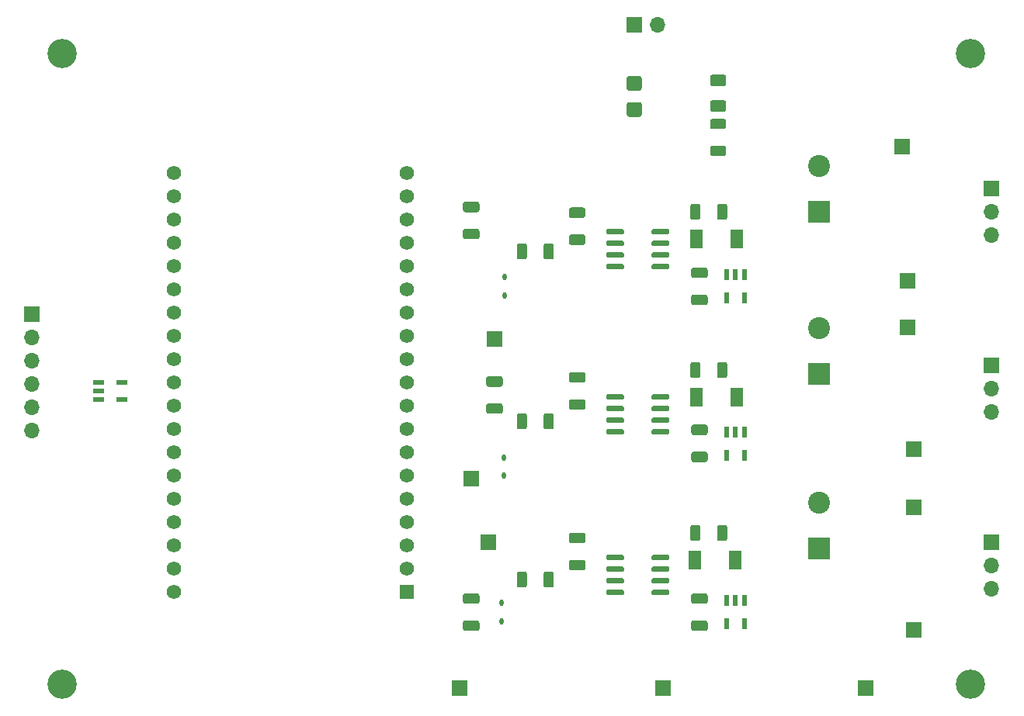
<source format=gbr>
%TF.GenerationSoftware,KiCad,Pcbnew,5.1.10-88a1d61d58~88~ubuntu20.04.1*%
%TF.CreationDate,2021-06-19T14:45:42+02:00*%
%TF.ProjectId,WindowControl,57696e64-6f77-4436-9f6e-74726f6c2e6b,rev?*%
%TF.SameCoordinates,Original*%
%TF.FileFunction,Soldermask,Top*%
%TF.FilePolarity,Negative*%
%FSLAX46Y46*%
G04 Gerber Fmt 4.6, Leading zero omitted, Abs format (unit mm)*
G04 Created by KiCad (PCBNEW 5.1.10-88a1d61d58~88~ubuntu20.04.1) date 2021-06-19 14:45:42*
%MOMM*%
%LPD*%
G01*
G04 APERTURE LIST*
%ADD10R,1.700000X1.700000*%
%ADD11O,1.700000X1.700000*%
%ADD12R,1.560000X1.560000*%
%ADD13C,1.560000*%
%ADD14O,0.430000X0.710000*%
%ADD15R,2.400000X2.400000*%
%ADD16C,2.400000*%
%ADD17R,0.590000X1.210000*%
%ADD18R,1.210000X0.590000*%
%ADD19R,1.400000X2.100000*%
%ADD20C,3.200000*%
G04 APERTURE END LIST*
%TO.C,C1*%
G36*
G01*
X86502001Y-48835000D02*
X85201999Y-48835000D01*
G75*
G02*
X84952000Y-48585001I0J249999D01*
G01*
X84952000Y-47934999D01*
G75*
G02*
X85201999Y-47685000I249999J0D01*
G01*
X86502001Y-47685000D01*
G75*
G02*
X86752000Y-47934999I0J-249999D01*
G01*
X86752000Y-48585001D01*
G75*
G02*
X86502001Y-48835000I-249999J0D01*
G01*
G37*
G36*
G01*
X86502001Y-45885000D02*
X85201999Y-45885000D01*
G75*
G02*
X84952000Y-45635001I0J249999D01*
G01*
X84952000Y-44984999D01*
G75*
G02*
X85201999Y-44735000I249999J0D01*
G01*
X86502001Y-44735000D01*
G75*
G02*
X86752000Y-44984999I0J-249999D01*
G01*
X86752000Y-45635001D01*
G75*
G02*
X86502001Y-45885000I-249999J0D01*
G01*
G37*
%TD*%
%TO.C,C2*%
G36*
G01*
X98536999Y-54240000D02*
X99837001Y-54240000D01*
G75*
G02*
X100087000Y-54489999I0J-249999D01*
G01*
X100087000Y-55140001D01*
G75*
G02*
X99837001Y-55390000I-249999J0D01*
G01*
X98536999Y-55390000D01*
G75*
G02*
X98287000Y-55140001I0J249999D01*
G01*
X98287000Y-54489999D01*
G75*
G02*
X98536999Y-54240000I249999J0D01*
G01*
G37*
G36*
G01*
X98536999Y-51290000D02*
X99837001Y-51290000D01*
G75*
G02*
X100087000Y-51539999I0J-249999D01*
G01*
X100087000Y-52190001D01*
G75*
G02*
X99837001Y-52440000I-249999J0D01*
G01*
X98536999Y-52440000D01*
G75*
G02*
X98287000Y-52190001I0J249999D01*
G01*
X98287000Y-51539999D01*
G75*
G02*
X98536999Y-51290000I249999J0D01*
G01*
G37*
%TD*%
%TO.C,C3*%
G36*
G01*
X98536999Y-89800000D02*
X99837001Y-89800000D01*
G75*
G02*
X100087000Y-90049999I0J-249999D01*
G01*
X100087000Y-90700001D01*
G75*
G02*
X99837001Y-90950000I-249999J0D01*
G01*
X98536999Y-90950000D01*
G75*
G02*
X98287000Y-90700001I0J249999D01*
G01*
X98287000Y-90049999D01*
G75*
G02*
X98536999Y-89800000I249999J0D01*
G01*
G37*
G36*
G01*
X98536999Y-86850000D02*
X99837001Y-86850000D01*
G75*
G02*
X100087000Y-87099999I0J-249999D01*
G01*
X100087000Y-87750001D01*
G75*
G02*
X99837001Y-88000000I-249999J0D01*
G01*
X98536999Y-88000000D01*
G75*
G02*
X98287000Y-87750001I0J249999D01*
G01*
X98287000Y-87099999D01*
G75*
G02*
X98536999Y-86850000I249999J0D01*
G01*
G37*
%TD*%
%TO.C,C4*%
G36*
G01*
X98536999Y-68435000D02*
X99837001Y-68435000D01*
G75*
G02*
X100087000Y-68684999I0J-249999D01*
G01*
X100087000Y-69335001D01*
G75*
G02*
X99837001Y-69585000I-249999J0D01*
G01*
X98536999Y-69585000D01*
G75*
G02*
X98287000Y-69335001I0J249999D01*
G01*
X98287000Y-68684999D01*
G75*
G02*
X98536999Y-68435000I249999J0D01*
G01*
G37*
G36*
G01*
X98536999Y-71385000D02*
X99837001Y-71385000D01*
G75*
G02*
X100087000Y-71634999I0J-249999D01*
G01*
X100087000Y-72285001D01*
G75*
G02*
X99837001Y-72535000I-249999J0D01*
G01*
X98536999Y-72535000D01*
G75*
G02*
X98287000Y-72285001I0J249999D01*
G01*
X98287000Y-71634999D01*
G75*
G02*
X98536999Y-71385000I249999J0D01*
G01*
G37*
%TD*%
%TO.C,C5*%
G36*
G01*
X86502001Y-63870000D02*
X85201999Y-63870000D01*
G75*
G02*
X84952000Y-63620001I0J249999D01*
G01*
X84952000Y-62969999D01*
G75*
G02*
X85201999Y-62720000I249999J0D01*
G01*
X86502001Y-62720000D01*
G75*
G02*
X86752000Y-62969999I0J-249999D01*
G01*
X86752000Y-63620001D01*
G75*
G02*
X86502001Y-63870000I-249999J0D01*
G01*
G37*
G36*
G01*
X86502001Y-66820000D02*
X85201999Y-66820000D01*
G75*
G02*
X84952000Y-66570001I0J249999D01*
G01*
X84952000Y-65919999D01*
G75*
G02*
X85201999Y-65670000I249999J0D01*
G01*
X86502001Y-65670000D01*
G75*
G02*
X86752000Y-65919999I0J-249999D01*
G01*
X86752000Y-66570001D01*
G75*
G02*
X86502001Y-66820000I-249999J0D01*
G01*
G37*
%TD*%
%TO.C,C6*%
G36*
G01*
X86502001Y-84346000D02*
X85201999Y-84346000D01*
G75*
G02*
X84952000Y-84096001I0J249999D01*
G01*
X84952000Y-83445999D01*
G75*
G02*
X85201999Y-83196000I249999J0D01*
G01*
X86502001Y-83196000D01*
G75*
G02*
X86752000Y-83445999I0J-249999D01*
G01*
X86752000Y-84096001D01*
G75*
G02*
X86502001Y-84346000I-249999J0D01*
G01*
G37*
G36*
G01*
X86502001Y-81396000D02*
X85201999Y-81396000D01*
G75*
G02*
X84952000Y-81146001I0J249999D01*
G01*
X84952000Y-80495999D01*
G75*
G02*
X85201999Y-80246000I249999J0D01*
G01*
X86502001Y-80246000D01*
G75*
G02*
X86752000Y-80495999I0J-249999D01*
G01*
X86752000Y-81146001D01*
G75*
G02*
X86502001Y-81396000I-249999J0D01*
G01*
G37*
%TD*%
D10*
%TO.C,J1*%
X131064000Y-42672000D03*
D11*
X131064000Y-45212000D03*
X131064000Y-47752000D03*
%TD*%
%TO.C,J2*%
X131064000Y-67056000D03*
X131064000Y-64516000D03*
D10*
X131064000Y-61976000D03*
%TD*%
%TO.C,J3*%
X131064000Y-81280000D03*
D11*
X131064000Y-83820000D03*
X131064000Y-86360000D03*
%TD*%
D10*
%TO.C,J4*%
X26416000Y-56388000D03*
D11*
X26416000Y-58928000D03*
X26416000Y-61468000D03*
X26416000Y-64008000D03*
X26416000Y-66548000D03*
X26416000Y-69088000D03*
%TD*%
%TO.C,R1*%
G36*
G01*
X99303000Y-44586999D02*
X99303000Y-45837001D01*
G75*
G02*
X99053001Y-46087000I-249999J0D01*
G01*
X98427999Y-46087000D01*
G75*
G02*
X98178000Y-45837001I0J249999D01*
G01*
X98178000Y-44586999D01*
G75*
G02*
X98427999Y-44337000I249999J0D01*
G01*
X99053001Y-44337000D01*
G75*
G02*
X99303000Y-44586999I0J-249999D01*
G01*
G37*
G36*
G01*
X102228000Y-44586999D02*
X102228000Y-45837001D01*
G75*
G02*
X101978001Y-46087000I-249999J0D01*
G01*
X101352999Y-46087000D01*
G75*
G02*
X101103000Y-45837001I0J249999D01*
G01*
X101103000Y-44586999D01*
G75*
G02*
X101352999Y-44337000I249999J0D01*
G01*
X101978001Y-44337000D01*
G75*
G02*
X102228000Y-44586999I0J-249999D01*
G01*
G37*
%TD*%
%TO.C,R2*%
G36*
G01*
X102228000Y-61858999D02*
X102228000Y-63109001D01*
G75*
G02*
X101978001Y-63359000I-249999J0D01*
G01*
X101352999Y-63359000D01*
G75*
G02*
X101103000Y-63109001I0J249999D01*
G01*
X101103000Y-61858999D01*
G75*
G02*
X101352999Y-61609000I249999J0D01*
G01*
X101978001Y-61609000D01*
G75*
G02*
X102228000Y-61858999I0J-249999D01*
G01*
G37*
G36*
G01*
X99303000Y-61858999D02*
X99303000Y-63109001D01*
G75*
G02*
X99053001Y-63359000I-249999J0D01*
G01*
X98427999Y-63359000D01*
G75*
G02*
X98178000Y-63109001I0J249999D01*
G01*
X98178000Y-61858999D01*
G75*
G02*
X98427999Y-61609000I249999J0D01*
G01*
X99053001Y-61609000D01*
G75*
G02*
X99303000Y-61858999I0J-249999D01*
G01*
G37*
%TD*%
%TO.C,R3*%
G36*
G01*
X102228000Y-79638999D02*
X102228000Y-80889001D01*
G75*
G02*
X101978001Y-81139000I-249999J0D01*
G01*
X101352999Y-81139000D01*
G75*
G02*
X101103000Y-80889001I0J249999D01*
G01*
X101103000Y-79638999D01*
G75*
G02*
X101352999Y-79389000I249999J0D01*
G01*
X101978001Y-79389000D01*
G75*
G02*
X102228000Y-79638999I0J-249999D01*
G01*
G37*
G36*
G01*
X99303000Y-79638999D02*
X99303000Y-80889001D01*
G75*
G02*
X99053001Y-81139000I-249999J0D01*
G01*
X98427999Y-81139000D01*
G75*
G02*
X98178000Y-80889001I0J249999D01*
G01*
X98178000Y-79638999D01*
G75*
G02*
X98427999Y-79389000I249999J0D01*
G01*
X99053001Y-79389000D01*
G75*
G02*
X99303000Y-79638999I0J-249999D01*
G01*
G37*
%TD*%
D10*
%TO.C,A1*%
X76835000Y-59055000D03*
%TD*%
%TO.C,PWM1*%
X121920000Y-52705000D03*
%TD*%
%TO.C,GND*%
X73056750Y-97155000D03*
%TD*%
%TO.C,A2*%
X74295000Y-74295000D03*
%TD*%
%TO.C,PWM2*%
X122555000Y-71120000D03*
%TD*%
%TO.C,GND*%
X95202375Y-97155000D03*
%TD*%
%TO.C,A3*%
X76200000Y-81280000D03*
%TD*%
%TO.C,PWM3*%
X122555000Y-90805000D03*
%TD*%
%TO.C,GND*%
X117348000Y-97155000D03*
%TD*%
%TO.C,U1*%
G36*
G01*
X95906000Y-51031000D02*
X95906000Y-51331000D01*
G75*
G02*
X95756000Y-51481000I-150000J0D01*
G01*
X94106000Y-51481000D01*
G75*
G02*
X93956000Y-51331000I0J150000D01*
G01*
X93956000Y-51031000D01*
G75*
G02*
X94106000Y-50881000I150000J0D01*
G01*
X95756000Y-50881000D01*
G75*
G02*
X95906000Y-51031000I0J-150000D01*
G01*
G37*
G36*
G01*
X95906000Y-49761000D02*
X95906000Y-50061000D01*
G75*
G02*
X95756000Y-50211000I-150000J0D01*
G01*
X94106000Y-50211000D01*
G75*
G02*
X93956000Y-50061000I0J150000D01*
G01*
X93956000Y-49761000D01*
G75*
G02*
X94106000Y-49611000I150000J0D01*
G01*
X95756000Y-49611000D01*
G75*
G02*
X95906000Y-49761000I0J-150000D01*
G01*
G37*
G36*
G01*
X95906000Y-48491000D02*
X95906000Y-48791000D01*
G75*
G02*
X95756000Y-48941000I-150000J0D01*
G01*
X94106000Y-48941000D01*
G75*
G02*
X93956000Y-48791000I0J150000D01*
G01*
X93956000Y-48491000D01*
G75*
G02*
X94106000Y-48341000I150000J0D01*
G01*
X95756000Y-48341000D01*
G75*
G02*
X95906000Y-48491000I0J-150000D01*
G01*
G37*
G36*
G01*
X95906000Y-47221000D02*
X95906000Y-47521000D01*
G75*
G02*
X95756000Y-47671000I-150000J0D01*
G01*
X94106000Y-47671000D01*
G75*
G02*
X93956000Y-47521000I0J150000D01*
G01*
X93956000Y-47221000D01*
G75*
G02*
X94106000Y-47071000I150000J0D01*
G01*
X95756000Y-47071000D01*
G75*
G02*
X95906000Y-47221000I0J-150000D01*
G01*
G37*
G36*
G01*
X90956000Y-47221000D02*
X90956000Y-47521000D01*
G75*
G02*
X90806000Y-47671000I-150000J0D01*
G01*
X89156000Y-47671000D01*
G75*
G02*
X89006000Y-47521000I0J150000D01*
G01*
X89006000Y-47221000D01*
G75*
G02*
X89156000Y-47071000I150000J0D01*
G01*
X90806000Y-47071000D01*
G75*
G02*
X90956000Y-47221000I0J-150000D01*
G01*
G37*
G36*
G01*
X90956000Y-48491000D02*
X90956000Y-48791000D01*
G75*
G02*
X90806000Y-48941000I-150000J0D01*
G01*
X89156000Y-48941000D01*
G75*
G02*
X89006000Y-48791000I0J150000D01*
G01*
X89006000Y-48491000D01*
G75*
G02*
X89156000Y-48341000I150000J0D01*
G01*
X90806000Y-48341000D01*
G75*
G02*
X90956000Y-48491000I0J-150000D01*
G01*
G37*
G36*
G01*
X90956000Y-49761000D02*
X90956000Y-50061000D01*
G75*
G02*
X90806000Y-50211000I-150000J0D01*
G01*
X89156000Y-50211000D01*
G75*
G02*
X89006000Y-50061000I0J150000D01*
G01*
X89006000Y-49761000D01*
G75*
G02*
X89156000Y-49611000I150000J0D01*
G01*
X90806000Y-49611000D01*
G75*
G02*
X90956000Y-49761000I0J-150000D01*
G01*
G37*
G36*
G01*
X90956000Y-51031000D02*
X90956000Y-51331000D01*
G75*
G02*
X90806000Y-51481000I-150000J0D01*
G01*
X89156000Y-51481000D01*
G75*
G02*
X89006000Y-51331000I0J150000D01*
G01*
X89006000Y-51031000D01*
G75*
G02*
X89156000Y-50881000I150000J0D01*
G01*
X90806000Y-50881000D01*
G75*
G02*
X90956000Y-51031000I0J-150000D01*
G01*
G37*
%TD*%
%TO.C,U2*%
G36*
G01*
X95906000Y-69065000D02*
X95906000Y-69365000D01*
G75*
G02*
X95756000Y-69515000I-150000J0D01*
G01*
X94106000Y-69515000D01*
G75*
G02*
X93956000Y-69365000I0J150000D01*
G01*
X93956000Y-69065000D01*
G75*
G02*
X94106000Y-68915000I150000J0D01*
G01*
X95756000Y-68915000D01*
G75*
G02*
X95906000Y-69065000I0J-150000D01*
G01*
G37*
G36*
G01*
X95906000Y-67795000D02*
X95906000Y-68095000D01*
G75*
G02*
X95756000Y-68245000I-150000J0D01*
G01*
X94106000Y-68245000D01*
G75*
G02*
X93956000Y-68095000I0J150000D01*
G01*
X93956000Y-67795000D01*
G75*
G02*
X94106000Y-67645000I150000J0D01*
G01*
X95756000Y-67645000D01*
G75*
G02*
X95906000Y-67795000I0J-150000D01*
G01*
G37*
G36*
G01*
X95906000Y-66525000D02*
X95906000Y-66825000D01*
G75*
G02*
X95756000Y-66975000I-150000J0D01*
G01*
X94106000Y-66975000D01*
G75*
G02*
X93956000Y-66825000I0J150000D01*
G01*
X93956000Y-66525000D01*
G75*
G02*
X94106000Y-66375000I150000J0D01*
G01*
X95756000Y-66375000D01*
G75*
G02*
X95906000Y-66525000I0J-150000D01*
G01*
G37*
G36*
G01*
X95906000Y-65255000D02*
X95906000Y-65555000D01*
G75*
G02*
X95756000Y-65705000I-150000J0D01*
G01*
X94106000Y-65705000D01*
G75*
G02*
X93956000Y-65555000I0J150000D01*
G01*
X93956000Y-65255000D01*
G75*
G02*
X94106000Y-65105000I150000J0D01*
G01*
X95756000Y-65105000D01*
G75*
G02*
X95906000Y-65255000I0J-150000D01*
G01*
G37*
G36*
G01*
X90956000Y-65255000D02*
X90956000Y-65555000D01*
G75*
G02*
X90806000Y-65705000I-150000J0D01*
G01*
X89156000Y-65705000D01*
G75*
G02*
X89006000Y-65555000I0J150000D01*
G01*
X89006000Y-65255000D01*
G75*
G02*
X89156000Y-65105000I150000J0D01*
G01*
X90806000Y-65105000D01*
G75*
G02*
X90956000Y-65255000I0J-150000D01*
G01*
G37*
G36*
G01*
X90956000Y-66525000D02*
X90956000Y-66825000D01*
G75*
G02*
X90806000Y-66975000I-150000J0D01*
G01*
X89156000Y-66975000D01*
G75*
G02*
X89006000Y-66825000I0J150000D01*
G01*
X89006000Y-66525000D01*
G75*
G02*
X89156000Y-66375000I150000J0D01*
G01*
X90806000Y-66375000D01*
G75*
G02*
X90956000Y-66525000I0J-150000D01*
G01*
G37*
G36*
G01*
X90956000Y-67795000D02*
X90956000Y-68095000D01*
G75*
G02*
X90806000Y-68245000I-150000J0D01*
G01*
X89156000Y-68245000D01*
G75*
G02*
X89006000Y-68095000I0J150000D01*
G01*
X89006000Y-67795000D01*
G75*
G02*
X89156000Y-67645000I150000J0D01*
G01*
X90806000Y-67645000D01*
G75*
G02*
X90956000Y-67795000I0J-150000D01*
G01*
G37*
G36*
G01*
X90956000Y-69065000D02*
X90956000Y-69365000D01*
G75*
G02*
X90806000Y-69515000I-150000J0D01*
G01*
X89156000Y-69515000D01*
G75*
G02*
X89006000Y-69365000I0J150000D01*
G01*
X89006000Y-69065000D01*
G75*
G02*
X89156000Y-68915000I150000J0D01*
G01*
X90806000Y-68915000D01*
G75*
G02*
X90956000Y-69065000I0J-150000D01*
G01*
G37*
%TD*%
%TO.C,U3*%
G36*
G01*
X90956000Y-86591000D02*
X90956000Y-86891000D01*
G75*
G02*
X90806000Y-87041000I-150000J0D01*
G01*
X89156000Y-87041000D01*
G75*
G02*
X89006000Y-86891000I0J150000D01*
G01*
X89006000Y-86591000D01*
G75*
G02*
X89156000Y-86441000I150000J0D01*
G01*
X90806000Y-86441000D01*
G75*
G02*
X90956000Y-86591000I0J-150000D01*
G01*
G37*
G36*
G01*
X90956000Y-85321000D02*
X90956000Y-85621000D01*
G75*
G02*
X90806000Y-85771000I-150000J0D01*
G01*
X89156000Y-85771000D01*
G75*
G02*
X89006000Y-85621000I0J150000D01*
G01*
X89006000Y-85321000D01*
G75*
G02*
X89156000Y-85171000I150000J0D01*
G01*
X90806000Y-85171000D01*
G75*
G02*
X90956000Y-85321000I0J-150000D01*
G01*
G37*
G36*
G01*
X90956000Y-84051000D02*
X90956000Y-84351000D01*
G75*
G02*
X90806000Y-84501000I-150000J0D01*
G01*
X89156000Y-84501000D01*
G75*
G02*
X89006000Y-84351000I0J150000D01*
G01*
X89006000Y-84051000D01*
G75*
G02*
X89156000Y-83901000I150000J0D01*
G01*
X90806000Y-83901000D01*
G75*
G02*
X90956000Y-84051000I0J-150000D01*
G01*
G37*
G36*
G01*
X90956000Y-82781000D02*
X90956000Y-83081000D01*
G75*
G02*
X90806000Y-83231000I-150000J0D01*
G01*
X89156000Y-83231000D01*
G75*
G02*
X89006000Y-83081000I0J150000D01*
G01*
X89006000Y-82781000D01*
G75*
G02*
X89156000Y-82631000I150000J0D01*
G01*
X90806000Y-82631000D01*
G75*
G02*
X90956000Y-82781000I0J-150000D01*
G01*
G37*
G36*
G01*
X95906000Y-82781000D02*
X95906000Y-83081000D01*
G75*
G02*
X95756000Y-83231000I-150000J0D01*
G01*
X94106000Y-83231000D01*
G75*
G02*
X93956000Y-83081000I0J150000D01*
G01*
X93956000Y-82781000D01*
G75*
G02*
X94106000Y-82631000I150000J0D01*
G01*
X95756000Y-82631000D01*
G75*
G02*
X95906000Y-82781000I0J-150000D01*
G01*
G37*
G36*
G01*
X95906000Y-84051000D02*
X95906000Y-84351000D01*
G75*
G02*
X95756000Y-84501000I-150000J0D01*
G01*
X94106000Y-84501000D01*
G75*
G02*
X93956000Y-84351000I0J150000D01*
G01*
X93956000Y-84051000D01*
G75*
G02*
X94106000Y-83901000I150000J0D01*
G01*
X95756000Y-83901000D01*
G75*
G02*
X95906000Y-84051000I0J-150000D01*
G01*
G37*
G36*
G01*
X95906000Y-85321000D02*
X95906000Y-85621000D01*
G75*
G02*
X95756000Y-85771000I-150000J0D01*
G01*
X94106000Y-85771000D01*
G75*
G02*
X93956000Y-85621000I0J150000D01*
G01*
X93956000Y-85321000D01*
G75*
G02*
X94106000Y-85171000I150000J0D01*
G01*
X95756000Y-85171000D01*
G75*
G02*
X95906000Y-85321000I0J-150000D01*
G01*
G37*
G36*
G01*
X95906000Y-86591000D02*
X95906000Y-86891000D01*
G75*
G02*
X95756000Y-87041000I-150000J0D01*
G01*
X94106000Y-87041000D01*
G75*
G02*
X93956000Y-86891000I0J150000D01*
G01*
X93956000Y-86591000D01*
G75*
G02*
X94106000Y-86441000I150000J0D01*
G01*
X95756000Y-86441000D01*
G75*
G02*
X95906000Y-86591000I0J-150000D01*
G01*
G37*
%TD*%
D12*
%TO.C,U4*%
X67310000Y-86689000D03*
D13*
X67310000Y-84149000D03*
X67310000Y-40969000D03*
X67310000Y-81609000D03*
X67310000Y-79069000D03*
X67310000Y-76529000D03*
X67310000Y-73989000D03*
X67310000Y-71449000D03*
X67310000Y-68909000D03*
X67310000Y-66369000D03*
X67310000Y-63829000D03*
X67310000Y-61289000D03*
X67310000Y-58749000D03*
X67310000Y-56209000D03*
X67310000Y-53669000D03*
X67310000Y-51129000D03*
X67310000Y-48589000D03*
X67310000Y-46049000D03*
X67310000Y-43509000D03*
X41910000Y-86689000D03*
X41910000Y-84149000D03*
X41910000Y-81609000D03*
X41910000Y-79069000D03*
X41910000Y-76529000D03*
X41910000Y-73989000D03*
X41910000Y-71449000D03*
X41910000Y-68909000D03*
X41910000Y-66369000D03*
X41910000Y-63829000D03*
X41910000Y-61289000D03*
X41910000Y-58749000D03*
X41910000Y-56209000D03*
X41910000Y-53669000D03*
X41910000Y-51129000D03*
X41910000Y-48589000D03*
X41910000Y-46049000D03*
X41910000Y-43509000D03*
X41910000Y-40969000D03*
%TD*%
D14*
%TO.C,D4*%
X77980540Y-52355160D03*
X77980540Y-54345160D03*
%TD*%
%TO.C,D5*%
X77853540Y-74030160D03*
X77853540Y-72040160D03*
%TD*%
%TO.C,D6*%
X77599540Y-87915160D03*
X77599540Y-89905160D03*
%TD*%
%TO.C,R4*%
G36*
G01*
X79255000Y-50155001D02*
X79255000Y-48904999D01*
G75*
G02*
X79504999Y-48655000I249999J0D01*
G01*
X80130001Y-48655000D01*
G75*
G02*
X80380000Y-48904999I0J-249999D01*
G01*
X80380000Y-50155001D01*
G75*
G02*
X80130001Y-50405000I-249999J0D01*
G01*
X79504999Y-50405000D01*
G75*
G02*
X79255000Y-50155001I0J249999D01*
G01*
G37*
G36*
G01*
X82180000Y-50155001D02*
X82180000Y-48904999D01*
G75*
G02*
X82429999Y-48655000I249999J0D01*
G01*
X83055001Y-48655000D01*
G75*
G02*
X83305000Y-48904999I0J-249999D01*
G01*
X83305000Y-50155001D01*
G75*
G02*
X83055001Y-50405000I-249999J0D01*
G01*
X82429999Y-50405000D01*
G75*
G02*
X82180000Y-50155001I0J249999D01*
G01*
G37*
%TD*%
%TO.C,R5*%
G36*
G01*
X82180000Y-68697001D02*
X82180000Y-67446999D01*
G75*
G02*
X82429999Y-67197000I249999J0D01*
G01*
X83055001Y-67197000D01*
G75*
G02*
X83305000Y-67446999I0J-249999D01*
G01*
X83305000Y-68697001D01*
G75*
G02*
X83055001Y-68947000I-249999J0D01*
G01*
X82429999Y-68947000D01*
G75*
G02*
X82180000Y-68697001I0J249999D01*
G01*
G37*
G36*
G01*
X79255000Y-68697001D02*
X79255000Y-67446999D01*
G75*
G02*
X79504999Y-67197000I249999J0D01*
G01*
X80130001Y-67197000D01*
G75*
G02*
X80380000Y-67446999I0J-249999D01*
G01*
X80380000Y-68697001D01*
G75*
G02*
X80130001Y-68947000I-249999J0D01*
G01*
X79504999Y-68947000D01*
G75*
G02*
X79255000Y-68697001I0J249999D01*
G01*
G37*
%TD*%
%TO.C,R6*%
G36*
G01*
X79255000Y-85969001D02*
X79255000Y-84718999D01*
G75*
G02*
X79504999Y-84469000I249999J0D01*
G01*
X80130001Y-84469000D01*
G75*
G02*
X80380000Y-84718999I0J-249999D01*
G01*
X80380000Y-85969001D01*
G75*
G02*
X80130001Y-86219000I-249999J0D01*
G01*
X79504999Y-86219000D01*
G75*
G02*
X79255000Y-85969001I0J249999D01*
G01*
G37*
G36*
G01*
X82180000Y-85969001D02*
X82180000Y-84718999D01*
G75*
G02*
X82429999Y-84469000I249999J0D01*
G01*
X83055001Y-84469000D01*
G75*
G02*
X83305000Y-84718999I0J-249999D01*
G01*
X83305000Y-85969001D01*
G75*
G02*
X83055001Y-86219000I-249999J0D01*
G01*
X82429999Y-86219000D01*
G75*
G02*
X82180000Y-85969001I0J249999D01*
G01*
G37*
%TD*%
D15*
%TO.C,C7*%
X112268000Y-45212000D03*
D16*
X112268000Y-40212000D03*
%TD*%
%TO.C,C8*%
X112268000Y-57865000D03*
D15*
X112268000Y-62865000D03*
%TD*%
%TO.C,C9*%
X112268000Y-81915000D03*
D16*
X112268000Y-76915000D03*
%TD*%
%TO.C,F1*%
G36*
G01*
X91500000Y-30386000D02*
X92650000Y-30386000D01*
G75*
G02*
X92900000Y-30636000I0J-250000D01*
G01*
X92900000Y-31736000D01*
G75*
G02*
X92650000Y-31986000I-250000J0D01*
G01*
X91500000Y-31986000D01*
G75*
G02*
X91250000Y-31736000I0J250000D01*
G01*
X91250000Y-30636000D01*
G75*
G02*
X91500000Y-30386000I250000J0D01*
G01*
G37*
G36*
G01*
X91500000Y-33236000D02*
X92650000Y-33236000D01*
G75*
G02*
X92900000Y-33486000I0J-250000D01*
G01*
X92900000Y-34586000D01*
G75*
G02*
X92650000Y-34836000I-250000J0D01*
G01*
X91500000Y-34836000D01*
G75*
G02*
X91250000Y-34586000I0J250000D01*
G01*
X91250000Y-33486000D01*
G75*
G02*
X91500000Y-33236000I250000J0D01*
G01*
G37*
%TD*%
D10*
%TO.C,J5*%
X92075000Y-24765000D03*
D11*
X94615000Y-24765000D03*
%TD*%
D17*
%TO.C,U5*%
X104074000Y-69245000D03*
X103124000Y-69245000D03*
X102174000Y-69245000D03*
X102174000Y-71755000D03*
X104074000Y-71755000D03*
%TD*%
%TO.C,U6*%
X104074000Y-90155000D03*
X102174000Y-90155000D03*
X102174000Y-87645000D03*
X103124000Y-87645000D03*
X104074000Y-87645000D03*
%TD*%
%TO.C,U7*%
X104074000Y-54595000D03*
X102174000Y-54595000D03*
X102174000Y-52085000D03*
X103124000Y-52085000D03*
X104074000Y-52085000D03*
%TD*%
D18*
%TO.C,U8*%
X33670000Y-63820000D03*
X33670000Y-64770000D03*
X33670000Y-65720000D03*
X36180000Y-65720000D03*
X36180000Y-63820000D03*
%TD*%
D10*
%TO.C,M2_VCC*%
X121920000Y-57785000D03*
%TD*%
%TO.C,M3_VCC*%
X122555000Y-77470000D03*
%TD*%
%TO.C,M1_VCC*%
X121285000Y-38100000D03*
%TD*%
D19*
%TO.C,D1*%
X103292000Y-48133000D03*
X98892000Y-48133000D03*
%TD*%
%TO.C,D2*%
X103251000Y-65405000D03*
X98851000Y-65405000D03*
%TD*%
%TO.C,D3*%
X98724000Y-83185000D03*
X103124000Y-83185000D03*
%TD*%
%TO.C,D7*%
G36*
G01*
X100594000Y-30236000D02*
X101844000Y-30236000D01*
G75*
G02*
X102094000Y-30486000I0J-250000D01*
G01*
X102094000Y-31236000D01*
G75*
G02*
X101844000Y-31486000I-250000J0D01*
G01*
X100594000Y-31486000D01*
G75*
G02*
X100344000Y-31236000I0J250000D01*
G01*
X100344000Y-30486000D01*
G75*
G02*
X100594000Y-30236000I250000J0D01*
G01*
G37*
G36*
G01*
X100594000Y-33036000D02*
X101844000Y-33036000D01*
G75*
G02*
X102094000Y-33286000I0J-250000D01*
G01*
X102094000Y-34036000D01*
G75*
G02*
X101844000Y-34286000I-250000J0D01*
G01*
X100594000Y-34286000D01*
G75*
G02*
X100344000Y-34036000I0J250000D01*
G01*
X100344000Y-33286000D01*
G75*
G02*
X100594000Y-33036000I250000J0D01*
G01*
G37*
%TD*%
%TO.C,R7*%
G36*
G01*
X101844001Y-39109000D02*
X100593999Y-39109000D01*
G75*
G02*
X100344000Y-38859001I0J249999D01*
G01*
X100344000Y-38233999D01*
G75*
G02*
X100593999Y-37984000I249999J0D01*
G01*
X101844001Y-37984000D01*
G75*
G02*
X102094000Y-38233999I0J-249999D01*
G01*
X102094000Y-38859001D01*
G75*
G02*
X101844001Y-39109000I-249999J0D01*
G01*
G37*
G36*
G01*
X101844001Y-36184000D02*
X100593999Y-36184000D01*
G75*
G02*
X100344000Y-35934001I0J249999D01*
G01*
X100344000Y-35308999D01*
G75*
G02*
X100593999Y-35059000I249999J0D01*
G01*
X101844001Y-35059000D01*
G75*
G02*
X102094000Y-35308999I0J-249999D01*
G01*
X102094000Y-35934001D01*
G75*
G02*
X101844001Y-36184000I-249999J0D01*
G01*
G37*
%TD*%
%TO.C,C11*%
G36*
G01*
X73644999Y-86850000D02*
X74945001Y-86850000D01*
G75*
G02*
X75195000Y-87099999I0J-249999D01*
G01*
X75195000Y-87750001D01*
G75*
G02*
X74945001Y-88000000I-249999J0D01*
G01*
X73644999Y-88000000D01*
G75*
G02*
X73395000Y-87750001I0J249999D01*
G01*
X73395000Y-87099999D01*
G75*
G02*
X73644999Y-86850000I249999J0D01*
G01*
G37*
G36*
G01*
X73644999Y-89800000D02*
X74945001Y-89800000D01*
G75*
G02*
X75195000Y-90049999I0J-249999D01*
G01*
X75195000Y-90700001D01*
G75*
G02*
X74945001Y-90950000I-249999J0D01*
G01*
X73644999Y-90950000D01*
G75*
G02*
X73395000Y-90700001I0J249999D01*
G01*
X73395000Y-90049999D01*
G75*
G02*
X73644999Y-89800000I249999J0D01*
G01*
G37*
%TD*%
%TO.C,C10*%
G36*
G01*
X77485001Y-64300000D02*
X76184999Y-64300000D01*
G75*
G02*
X75935000Y-64050001I0J249999D01*
G01*
X75935000Y-63399999D01*
G75*
G02*
X76184999Y-63150000I249999J0D01*
G01*
X77485001Y-63150000D01*
G75*
G02*
X77735000Y-63399999I0J-249999D01*
G01*
X77735000Y-64050001D01*
G75*
G02*
X77485001Y-64300000I-249999J0D01*
G01*
G37*
G36*
G01*
X77485001Y-67250000D02*
X76184999Y-67250000D01*
G75*
G02*
X75935000Y-67000001I0J249999D01*
G01*
X75935000Y-66349999D01*
G75*
G02*
X76184999Y-66100000I249999J0D01*
G01*
X77485001Y-66100000D01*
G75*
G02*
X77735000Y-66349999I0J-249999D01*
G01*
X77735000Y-67000001D01*
G75*
G02*
X77485001Y-67250000I-249999J0D01*
G01*
G37*
%TD*%
%TO.C,C12*%
G36*
G01*
X74945001Y-48200000D02*
X73644999Y-48200000D01*
G75*
G02*
X73395000Y-47950001I0J249999D01*
G01*
X73395000Y-47299999D01*
G75*
G02*
X73644999Y-47050000I249999J0D01*
G01*
X74945001Y-47050000D01*
G75*
G02*
X75195000Y-47299999I0J-249999D01*
G01*
X75195000Y-47950001D01*
G75*
G02*
X74945001Y-48200000I-249999J0D01*
G01*
G37*
G36*
G01*
X74945001Y-45250000D02*
X73644999Y-45250000D01*
G75*
G02*
X73395000Y-45000001I0J249999D01*
G01*
X73395000Y-44349999D01*
G75*
G02*
X73644999Y-44100000I249999J0D01*
G01*
X74945001Y-44100000D01*
G75*
G02*
X75195000Y-44349999I0J-249999D01*
G01*
X75195000Y-45000001D01*
G75*
G02*
X74945001Y-45250000I-249999J0D01*
G01*
G37*
%TD*%
D20*
%TO.C,H1*%
X29718000Y-27940000D03*
%TD*%
%TO.C,H2*%
X128778000Y-96774000D03*
%TD*%
%TO.C,H3*%
X128778000Y-27940000D03*
%TD*%
%TO.C,H4*%
X29718000Y-96774000D03*
%TD*%
M02*

</source>
